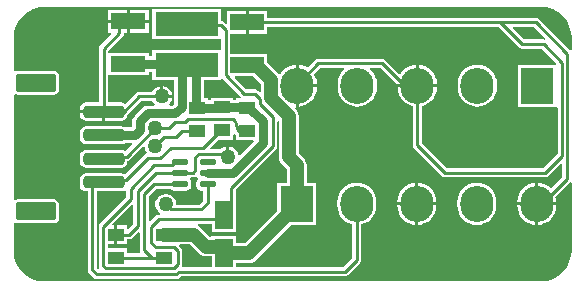
<source format=gbr>
G04*
G04 #@! TF.GenerationSoftware,Altium Limited,Altium Designer,23.0.1 (38)*
G04*
G04 Layer_Physical_Order=1*
G04 Layer_Color=255*
%FSLAX25Y25*%
%MOIN*%
G70*
G04*
G04 #@! TF.SameCoordinates,522C3931-FE7E-4C40-AD20-8D3CB5E53036*
G04*
G04*
G04 #@! TF.FilePolarity,Positive*
G04*
G01*
G75*
%ADD14C,0.01000*%
G04:AMPARAMS|DCode=15|XSize=39.37mil|YSize=137.8mil|CornerRadius=9.84mil|HoleSize=0mil|Usage=FLASHONLY|Rotation=90.000|XOffset=0mil|YOffset=0mil|HoleType=Round|Shape=RoundedRectangle|*
%AMROUNDEDRECTD15*
21,1,0.03937,0.11811,0,0,90.0*
21,1,0.01968,0.13780,0,0,90.0*
1,1,0.01968,0.05906,0.00984*
1,1,0.01968,0.05906,-0.00984*
1,1,0.01968,-0.05906,-0.00984*
1,1,0.01968,-0.05906,0.00984*
%
%ADD15ROUNDEDRECTD15*%
G04:AMPARAMS|DCode=16|XSize=59.06mil|YSize=133.86mil|CornerRadius=7.38mil|HoleSize=0mil|Usage=FLASHONLY|Rotation=90.000|XOffset=0mil|YOffset=0mil|HoleType=Round|Shape=RoundedRectangle|*
%AMROUNDEDRECTD16*
21,1,0.05906,0.11909,0,0,90.0*
21,1,0.04429,0.13386,0,0,90.0*
1,1,0.01476,0.05955,0.02215*
1,1,0.01476,0.05955,-0.02215*
1,1,0.01476,-0.05955,-0.02215*
1,1,0.01476,-0.05955,0.02215*
%
%ADD16ROUNDEDRECTD16*%
%ADD17R,0.11417X0.05512*%
%ADD18R,0.06102X0.09252*%
%ADD19R,0.05315X0.04134*%
G04:AMPARAMS|DCode=20|XSize=53.94mil|YSize=23.23mil|CornerRadius=5.81mil|HoleSize=0mil|Usage=FLASHONLY|Rotation=180.000|XOffset=0mil|YOffset=0mil|HoleType=Round|Shape=RoundedRectangle|*
%AMROUNDEDRECTD20*
21,1,0.05394,0.01161,0,0,180.0*
21,1,0.04232,0.02323,0,0,180.0*
1,1,0.01161,-0.02116,0.00581*
1,1,0.01161,0.02116,0.00581*
1,1,0.01161,0.02116,-0.00581*
1,1,0.01161,-0.02116,-0.00581*
%
%ADD20ROUNDEDRECTD20*%
%ADD21R,0.20866X0.07874*%
%ADD32C,0.03000*%
%ADD33C,0.04500*%
%ADD34O,0.11000X0.12000*%
%ADD35R,0.11000X0.12000*%
%ADD36C,0.05000*%
G36*
X462643Y205794D02*
X462396Y205333D01*
X462146Y205383D01*
X455550D01*
X451838Y209095D01*
X452030Y209557D01*
X458880D01*
X462643Y205794D01*
D02*
G37*
G36*
X461173Y216274D02*
Y216274D01*
X461665Y216254D01*
X463185Y216105D01*
X465119Y215518D01*
X466901Y214565D01*
X468464Y213283D01*
X469746Y211720D01*
X470699Y209938D01*
X471286Y208004D01*
X471474Y206090D01*
X471455Y205992D01*
Y201973D01*
X471068Y201817D01*
X470955Y201808D01*
X460595Y212168D01*
X460099Y212500D01*
X459513Y212616D01*
X370009D01*
Y214843D01*
X363800D01*
Y211087D01*
Y207331D01*
X370009D01*
Y209557D01*
X447051D01*
X453835Y202772D01*
X454331Y202441D01*
X454917Y202325D01*
X461513D01*
X466337Y197500D01*
X466130Y197000D01*
X453500D01*
Y183000D01*
X466271D01*
X466500Y183000D01*
X466771Y182612D01*
Y167234D01*
X461967Y162429D01*
X429846D01*
X421529Y170746D01*
Y183171D01*
X422500Y183466D01*
X423629Y184069D01*
X424618Y184882D01*
X425431Y185871D01*
X426034Y187001D01*
X426406Y188226D01*
X426532Y189500D01*
D01*
X420000D01*
X413469D01*
X413594Y188226D01*
X413966Y187001D01*
X414569Y185871D01*
X415382Y184882D01*
X416371Y184069D01*
X417500Y183466D01*
X418471Y183171D01*
Y170113D01*
X418587Y169527D01*
X418919Y169031D01*
X428131Y159819D01*
X428627Y159487D01*
X429213Y159371D01*
X462600D01*
X463185Y159487D01*
X463681Y159819D01*
X467909Y164046D01*
X468371Y163854D01*
Y159534D01*
X464549Y155712D01*
X464418Y155718D01*
X463429Y156531D01*
X462299Y157134D01*
X461074Y157506D01*
X460300Y157582D01*
Y151100D01*
X466331D01*
X466206Y152374D01*
X466050Y152887D01*
X470955Y157792D01*
X471068Y157783D01*
X471455Y157627D01*
Y135126D01*
X471474Y135028D01*
X471286Y133115D01*
X470699Y131180D01*
X469746Y129398D01*
X468464Y127835D01*
X466901Y126553D01*
X465119Y125600D01*
X463185Y125013D01*
X461271Y124825D01*
X461173Y124844D01*
X295881Y124844D01*
X295381Y124844D01*
X294890Y124866D01*
X293456Y125007D01*
X291604Y125569D01*
X289897Y126481D01*
X288401Y127708D01*
X287174Y129204D01*
X286262Y130911D01*
X285700Y132763D01*
X285559Y134197D01*
X285537Y134688D01*
D01*
X285537Y135185D01*
Y144068D01*
X286037Y144335D01*
X286167Y144248D01*
X286845Y144113D01*
X298755D01*
X299433Y144248D01*
X300008Y144632D01*
X300392Y145207D01*
X300527Y145885D01*
Y150315D01*
X300392Y150993D01*
X300008Y151568D01*
X299433Y151952D01*
X298755Y152087D01*
X286845D01*
X286167Y151952D01*
X286037Y151865D01*
X285537Y152132D01*
Y186981D01*
X286037Y187248D01*
X286167Y187162D01*
X286845Y187027D01*
X298755D01*
X299433Y187162D01*
X300008Y187546D01*
X300392Y188121D01*
X300527Y188799D01*
Y193228D01*
X300392Y193906D01*
X300008Y194481D01*
X299433Y194865D01*
X298755Y195000D01*
X286845D01*
X286167Y194865D01*
X286037Y194779D01*
X285537Y195046D01*
Y205992D01*
X285537Y205992D01*
X285537D01*
X285557Y206484D01*
X285706Y208004D01*
X286293Y209938D01*
X287246Y211720D01*
X288528Y213283D01*
X290091Y214565D01*
X291873Y215518D01*
X293807Y216105D01*
X295327Y216254D01*
X295819Y216274D01*
Y216274D01*
X295819Y216274D01*
X461173D01*
X461173Y216274D01*
D02*
G37*
%LPC*%
G36*
X330409Y215142D02*
X324200D01*
Y211887D01*
X330409D01*
Y215142D01*
D02*
G37*
G36*
X323200D02*
X316991D01*
Y211887D01*
X323200D01*
Y215142D01*
D02*
G37*
G36*
X330409Y210887D02*
X324200D01*
Y207631D01*
X330409D01*
Y210887D01*
D02*
G37*
G36*
X354533Y215527D02*
X331667D01*
Y205653D01*
X354533D01*
X354562Y205165D01*
Y202235D01*
X354533Y201747D01*
X331667D01*
Y199762D01*
X330409D01*
Y200969D01*
X316991D01*
X316929Y201444D01*
Y201666D01*
X321781Y206519D01*
X322113Y207015D01*
X322229Y207600D01*
Y207631D01*
X323200D01*
Y210887D01*
X316991D01*
Y207631D01*
X317915D01*
X318106Y207169D01*
X314319Y203381D01*
X313987Y202885D01*
X313871Y202300D01*
Y184375D01*
X309532D01*
X308758Y184221D01*
X308102Y183783D01*
X307663Y183126D01*
X307509Y182352D01*
Y181868D01*
X315438D01*
Y181368D01*
X315938D01*
Y178360D01*
X321343D01*
X322117Y178514D01*
X322774Y178953D01*
X323212Y179609D01*
X323342Y180260D01*
X323381Y180286D01*
X327966Y184871D01*
X331642D01*
X331999Y184251D01*
X332401Y183849D01*
X332194Y183349D01*
X330131D01*
X329155Y183155D01*
X328329Y182602D01*
X325729Y180002D01*
X325176Y179175D01*
X324982Y178200D01*
Y176307D01*
X324718Y176043D01*
X322573D01*
X322117Y176347D01*
X321343Y176501D01*
X309532D01*
X308758Y176347D01*
X308102Y175909D01*
X307663Y175252D01*
X307509Y174478D01*
Y172510D01*
X307663Y171735D01*
X308102Y171079D01*
X308758Y170640D01*
X309532Y170486D01*
X321343D01*
X322117Y170640D01*
X322573Y170945D01*
X324860D01*
X325051Y170483D01*
X322671Y168103D01*
X322117Y168473D01*
X321343Y168627D01*
X309532D01*
X308758Y168473D01*
X308102Y168034D01*
X307663Y167378D01*
X307509Y166604D01*
Y164635D01*
X307663Y163861D01*
X308102Y163205D01*
X308758Y162766D01*
X309532Y162612D01*
X321343D01*
X322117Y162766D01*
X322774Y163205D01*
X323212Y163861D01*
X323366Y164635D01*
Y164889D01*
X323681Y164952D01*
X324177Y165283D01*
X328668Y169774D01*
X329130Y169582D01*
Y169340D01*
X329368Y168450D01*
X329759Y167772D01*
X329654Y167380D01*
X329552Y167221D01*
X329516Y167214D01*
X329019Y166882D01*
X322488Y160351D01*
X322117Y160599D01*
X321343Y160753D01*
X309532D01*
X308758Y160599D01*
X308102Y160160D01*
X307663Y159504D01*
X307509Y158730D01*
Y156761D01*
X307663Y155987D01*
X308102Y155331D01*
X308758Y154892D01*
X309532Y154738D01*
X310071D01*
Y128586D01*
X310187Y128000D01*
X310519Y127504D01*
X312010Y126013D01*
X312506Y125681D01*
X313091Y125565D01*
X339607D01*
X340193Y125681D01*
X340689Y126013D01*
X341146Y126471D01*
X395800D01*
X396385Y126587D01*
X396881Y126919D01*
X400881Y130919D01*
X401213Y131415D01*
X401329Y132000D01*
Y143772D01*
X402299Y144066D01*
X403429Y144669D01*
X404418Y145482D01*
X405231Y146471D01*
X405834Y147600D01*
X406206Y148826D01*
X406331Y150100D01*
Y151100D01*
X406206Y152374D01*
X405834Y153600D01*
X405231Y154729D01*
X404418Y155718D01*
X403429Y156531D01*
X402299Y157134D01*
X401074Y157506D01*
X399800Y157631D01*
X398526Y157506D01*
X397301Y157134D01*
X396171Y156531D01*
X395182Y155718D01*
X394369Y154729D01*
X393766Y153600D01*
X393394Y152374D01*
X393269Y151100D01*
Y150100D01*
X393394Y148826D01*
X393766Y147600D01*
X394369Y146471D01*
X395182Y145482D01*
X396171Y144669D01*
X397301Y144066D01*
X398271Y143772D01*
Y132633D01*
X395166Y129529D01*
X359551D01*
Y130923D01*
X363901D01*
X364325Y130979D01*
X364749Y131034D01*
X365540Y131362D01*
X366219Y131883D01*
X377936Y143600D01*
X386300D01*
Y157600D01*
X383078D01*
Y163500D01*
X382966Y164348D01*
X382639Y165139D01*
X382118Y165818D01*
X380442Y167494D01*
Y179962D01*
X380330Y180810D01*
X380003Y181601D01*
X379482Y182280D01*
X379218Y182543D01*
X379445Y183023D01*
X379500Y183018D01*
Y190000D01*
Y196982D01*
X378726Y196906D01*
X377501Y196534D01*
X376371Y195931D01*
X375382Y195118D01*
X374569Y194129D01*
X374450Y193906D01*
X373857Y193857D01*
X373568Y194234D01*
X370009Y197793D01*
Y200669D01*
X357621D01*
Y207331D01*
X362800D01*
Y211087D01*
Y214843D01*
X356591D01*
Y210796D01*
X356129Y210605D01*
X355529Y211206D01*
X355032Y211537D01*
X354533Y211636D01*
Y215527D01*
D02*
G37*
G36*
X408261Y199029D02*
X387000D01*
X386415Y198913D01*
X385919Y198581D01*
X383394Y196056D01*
X382500Y196534D01*
X381274Y196906D01*
X380500Y196982D01*
Y190500D01*
X386531D01*
X386406Y191774D01*
X386034Y192999D01*
X385556Y193894D01*
X387633Y195971D01*
X395632D01*
X395811Y195471D01*
X395382Y195118D01*
X394569Y194129D01*
X393966Y192999D01*
X393594Y191774D01*
X393469Y190500D01*
Y189500D01*
X393594Y188226D01*
X393966Y187001D01*
X394569Y185871D01*
X395382Y184882D01*
X396371Y184069D01*
X397500Y183466D01*
X398726Y183094D01*
X400000Y182969D01*
X401274Y183094D01*
X402499Y183466D01*
X403629Y184069D01*
X404618Y184882D01*
X405431Y185871D01*
X406034Y187001D01*
X406406Y188226D01*
X406531Y189500D01*
Y190500D01*
X406406Y191774D01*
X406034Y192999D01*
X405431Y194129D01*
X404618Y195118D01*
X404189Y195471D01*
X404368Y195971D01*
X407627D01*
X413098Y190500D01*
X419500D01*
Y196982D01*
X418726Y196906D01*
X417500Y196534D01*
X416371Y195931D01*
X415382Y195118D01*
X414569Y194129D01*
X414497Y193994D01*
X414003Y193921D01*
X409342Y198581D01*
X408846Y198913D01*
X408261Y199029D01*
D02*
G37*
G36*
X420500Y196982D02*
Y190500D01*
X426532D01*
X426406Y191774D01*
X426034Y192999D01*
X425431Y194129D01*
X424618Y195118D01*
X423629Y195931D01*
X422500Y196534D01*
X421274Y196906D01*
X420500Y196982D01*
D02*
G37*
G36*
X386531Y189500D02*
X380500D01*
Y183018D01*
X381274Y183094D01*
X382500Y183466D01*
X383629Y184069D01*
X384618Y184882D01*
X385431Y185871D01*
X386034Y187001D01*
X386406Y188226D01*
X386531Y189500D01*
D01*
D02*
G37*
G36*
X440000Y197031D02*
X438726Y196906D01*
X437500Y196534D01*
X436371Y195931D01*
X435382Y195118D01*
X434569Y194129D01*
X433966Y192999D01*
X433594Y191774D01*
X433468Y190500D01*
Y189500D01*
X433594Y188226D01*
X433966Y187001D01*
X434569Y185871D01*
X435382Y184882D01*
X436371Y184069D01*
X437500Y183466D01*
X438726Y183094D01*
X440000Y182969D01*
X441274Y183094D01*
X442499Y183466D01*
X443629Y184069D01*
X444618Y184882D01*
X445431Y185871D01*
X446034Y187001D01*
X446406Y188226D01*
X446531Y189500D01*
Y190500D01*
X446406Y191774D01*
X446034Y192999D01*
X445431Y194129D01*
X444618Y195118D01*
X443629Y195931D01*
X442499Y196534D01*
X441274Y196906D01*
X440000Y197031D01*
D02*
G37*
G36*
X314938Y180868D02*
X307509D01*
Y180384D01*
X307663Y179609D01*
X308102Y178953D01*
X308758Y178514D01*
X309532Y178360D01*
X314938D01*
Y180868D01*
D02*
G37*
G36*
X459300Y157582D02*
X458526Y157506D01*
X457301Y157134D01*
X456171Y156531D01*
X455182Y155718D01*
X454369Y154729D01*
X453766Y153600D01*
X453394Y152374D01*
X453268Y151100D01*
X459300D01*
Y157582D01*
D02*
G37*
G36*
X420300D02*
Y151100D01*
X426332D01*
X426206Y152374D01*
X425834Y153600D01*
X425231Y154729D01*
X424418Y155718D01*
X423429Y156531D01*
X422299Y157134D01*
X421074Y157506D01*
X420300Y157582D01*
D02*
G37*
G36*
X419300D02*
X418526Y157506D01*
X417301Y157134D01*
X416171Y156531D01*
X415182Y155718D01*
X414369Y154729D01*
X413766Y153600D01*
X413394Y152374D01*
X413269Y151100D01*
X419300D01*
Y157582D01*
D02*
G37*
G36*
X466331Y150100D02*
X460300D01*
Y143618D01*
X461074Y143694D01*
X462299Y144066D01*
X463429Y144669D01*
X464418Y145482D01*
X465231Y146471D01*
X465834Y147600D01*
X466206Y148826D01*
X466331Y150100D01*
D02*
G37*
G36*
X459300D02*
X453268D01*
X453394Y148826D01*
X453766Y147600D01*
X454369Y146471D01*
X455182Y145482D01*
X456171Y144669D01*
X457301Y144066D01*
X458526Y143694D01*
X459300Y143618D01*
Y150100D01*
D02*
G37*
G36*
X426332D02*
X420300D01*
Y143618D01*
X421074Y143694D01*
X422299Y144066D01*
X423429Y144669D01*
X424418Y145482D01*
X425231Y146471D01*
X425834Y147600D01*
X426206Y148826D01*
X426332Y150100D01*
D02*
G37*
G36*
X419300D02*
X413269D01*
X413394Y148826D01*
X413766Y147600D01*
X414369Y146471D01*
X415182Y145482D01*
X416171Y144669D01*
X417301Y144066D01*
X418526Y143694D01*
X419300Y143618D01*
Y150100D01*
D02*
G37*
G36*
X439800Y157631D02*
X438526Y157506D01*
X437300Y157134D01*
X436171Y156531D01*
X435182Y155718D01*
X434369Y154729D01*
X433766Y153600D01*
X433394Y152374D01*
X433268Y151100D01*
Y150100D01*
X433394Y148826D01*
X433766Y147600D01*
X434369Y146471D01*
X435182Y145482D01*
X436171Y144669D01*
X437300Y144066D01*
X438526Y143694D01*
X439800Y143569D01*
X441074Y143694D01*
X442300Y144066D01*
X443429Y144669D01*
X444418Y145482D01*
X445231Y146471D01*
X445834Y147600D01*
X446206Y148826D01*
X446332Y150100D01*
Y151100D01*
X446206Y152374D01*
X445834Y153600D01*
X445231Y154729D01*
X444418Y155718D01*
X443429Y156531D01*
X442300Y157134D01*
X441074Y157506D01*
X439800Y157631D01*
D02*
G37*
%LPD*%
G36*
X367972Y190558D02*
Y187944D01*
X367510Y187753D01*
X366911Y188352D01*
X366415Y188683D01*
X365829Y188800D01*
X362990D01*
X359095Y192696D01*
X359286Y193157D01*
X365373D01*
X367972Y190558D01*
D02*
G37*
G36*
X361259Y186205D02*
X361256Y186135D01*
X361099Y185705D01*
X359643D01*
Y185288D01*
X358658D01*
Y185805D01*
X351343D01*
Y185188D01*
X350358D01*
Y185705D01*
X348880D01*
Y191873D01*
X354533D01*
Y192268D01*
X354934Y192425D01*
X355033Y192432D01*
X361259Y186205D01*
D02*
G37*
G36*
X331667Y191873D02*
X338851D01*
Y184025D01*
X338175Y183349D01*
X337406D01*
X337199Y183849D01*
X337601Y184251D01*
X338061Y185049D01*
X338289Y185900D01*
X334800D01*
Y186400D01*
X334300D01*
Y189890D01*
X333449Y189662D01*
X332651Y189201D01*
X331999Y188549D01*
X331642Y187929D01*
X327332D01*
X326747Y187813D01*
X326251Y187481D01*
X322641Y183871D01*
X322117Y184221D01*
X321343Y184375D01*
X316929D01*
Y192983D01*
X316991Y193457D01*
X330409D01*
Y194664D01*
X331667D01*
Y191873D01*
D02*
G37*
G36*
X359196Y173762D02*
X359358Y173624D01*
X359442Y173597D01*
X359515Y173548D01*
X359643Y173523D01*
Y171895D01*
X365240D01*
X365447Y171395D01*
X360815Y166763D01*
X360284Y166939D01*
X360105Y167608D01*
X359644Y168406D01*
X358993Y169058D01*
X358194Y169519D01*
X357344Y169747D01*
Y166257D01*
X356344D01*
Y169747D01*
X355493Y169519D01*
X354695Y169058D01*
X354468Y168831D01*
X350995D01*
X350804Y169293D01*
X353505Y171994D01*
X358658D01*
Y173566D01*
X358706Y173608D01*
X359157Y173787D01*
X359196Y173762D01*
D02*
G37*
G36*
X346606Y159546D02*
X346851Y159180D01*
Y158880D01*
X346501Y158357D01*
X346379Y157740D01*
Y156579D01*
X346501Y155962D01*
X346851Y155439D01*
X347374Y155090D01*
X347990Y154967D01*
X348671D01*
Y151634D01*
X347366Y150329D01*
X339700D01*
Y150861D01*
X339461Y151751D01*
X339001Y152549D01*
X338349Y153201D01*
X337551Y153662D01*
X336661Y153900D01*
X335739D01*
X334849Y153662D01*
X334051Y153201D01*
X333399Y152549D01*
X332939Y151751D01*
X332700Y150861D01*
Y149939D01*
X332939Y149049D01*
X333399Y148251D01*
X334051Y147599D01*
X334242Y147489D01*
X334108Y146989D01*
X333775D01*
X333190Y146873D01*
X332694Y146541D01*
X330991Y144839D01*
X330529Y145030D01*
Y153352D01*
X332807Y155630D01*
X337510D01*
X337638Y155439D01*
X338161Y155090D01*
X338778Y154967D01*
X343010D01*
X343627Y155090D01*
X344150Y155439D01*
X344499Y155962D01*
X344622Y156579D01*
Y157740D01*
X344499Y158357D01*
X344150Y158880D01*
Y158939D01*
X344570Y159371D01*
X345091D01*
X345676Y159487D01*
X345992Y159698D01*
X346358Y159701D01*
X346606Y159546D01*
D02*
G37*
G36*
X325271Y150139D02*
Y143772D01*
X323657Y142159D01*
X323158Y142366D01*
Y143405D01*
X320000D01*
Y140339D01*
Y137272D01*
X323158D01*
Y138809D01*
X324000D01*
X324585Y138926D01*
X325081Y139257D01*
X327009Y141184D01*
X327471Y140993D01*
Y135114D01*
X327555Y134691D01*
X327257Y134191D01*
X323158D01*
Y135728D01*
X316872D01*
Y137272D01*
X319000D01*
Y140339D01*
Y143405D01*
X318537D01*
X318346Y143868D01*
X324809Y150330D01*
X325271Y150139D01*
D02*
G37*
G36*
X373886Y178226D02*
Y166136D01*
X373942Y165712D01*
X373998Y165288D01*
X374325Y164497D01*
X374846Y163818D01*
X376522Y162142D01*
Y157600D01*
X373300D01*
Y148236D01*
X362543Y137479D01*
X359551D01*
Y139827D01*
X351449D01*
Y139794D01*
X350949Y139683D01*
X347975Y142657D01*
X347297Y143177D01*
X346686Y143430D01*
X346786Y143930D01*
X351449D01*
Y141173D01*
X359551D01*
Y152425D01*
X359429D01*
Y155367D01*
X372861Y168798D01*
X373192Y169294D01*
X373309Y169879D01*
Y178010D01*
X373809Y178277D01*
X373886Y178226D01*
D02*
G37*
G36*
X347351Y134009D02*
X348030Y133488D01*
X348821Y133160D01*
X349669Y133049D01*
X351449D01*
Y129529D01*
X341864D01*
X341544Y130029D01*
X341619Y130405D01*
Y134918D01*
X341502Y135503D01*
X341171Y135999D01*
X340571Y136599D01*
X340763Y137061D01*
X344300D01*
X347351Y134009D01*
D02*
G37*
G36*
X322893Y154809D02*
Y152740D01*
X314261Y144108D01*
X313930Y143612D01*
X313813Y143027D01*
Y129973D01*
X313908Y129496D01*
X313798Y129200D01*
X313622Y128948D01*
X313510Y128931D01*
X313129Y129278D01*
Y154738D01*
X321343D01*
X322117Y154892D01*
X322393Y155076D01*
X322893Y154809D01*
D02*
G37*
%LPC*%
G36*
X335300Y189890D02*
Y186900D01*
X338289D01*
X338061Y187751D01*
X337601Y188549D01*
X336949Y189201D01*
X336151Y189662D01*
X335300Y189890D01*
D02*
G37*
%LPD*%
D14*
X362357Y187270D02*
X365829D01*
X367500Y183890D02*
Y185600D01*
X365829Y187270D02*
X367500Y185600D01*
Y183890D02*
X368570Y182821D01*
X355500Y146799D02*
X357900Y149199D01*
X354160Y145460D02*
X355500Y146799D01*
X368570Y182821D02*
X371779Y179611D01*
X347128Y167302D02*
X354717D01*
X371779Y169879D02*
Y179611D01*
X355761Y166257D02*
X356844D01*
X357900Y156000D02*
X371779Y169879D01*
X357900Y149199D02*
Y156000D01*
X354717Y167302D02*
X355761Y166257D01*
X311600Y156314D02*
X313929Y158643D01*
X322943D01*
X330101Y165801D02*
X334286D01*
X322943Y158643D02*
X330101Y165801D01*
X316183Y166365D02*
X323096D01*
X332531Y175800D01*
X315438Y165620D02*
X316183Y166365D01*
X332290Y163561D02*
X338236D01*
X324422Y152106D02*
Y155694D01*
X332290Y163561D01*
X329000Y153986D02*
X332174Y157160D01*
X345091Y160900D02*
X345910Y161719D01*
X326800Y143139D02*
Y154972D01*
X332728Y160900D02*
X345091D01*
X332174Y157160D02*
X340894D01*
X326800Y154972D02*
X332728Y160900D01*
X329000Y135114D02*
Y153986D01*
Y135114D02*
X331453Y132661D01*
X324000Y140339D02*
X326800Y143139D01*
X331343Y143027D02*
X333775Y145460D01*
X331343Y137650D02*
Y143027D01*
Y137650D02*
X332765Y136228D01*
X408261Y197500D02*
X418130Y187630D01*
X381500Y190000D02*
Y192000D01*
X460700Y149700D02*
X469900Y158900D01*
X320700Y207600D02*
Y211387D01*
X315400Y181368D02*
Y202300D01*
X356091Y193536D02*
X362357Y187270D01*
X468300Y166600D02*
Y197700D01*
X462600Y160900D02*
X468300Y166600D01*
X462146Y203854D02*
X468300Y197700D01*
X459513Y211087D02*
X469900Y200700D01*
Y158900D02*
Y200700D01*
X420000Y170113D02*
X429213Y160900D01*
X462600D01*
X454917Y203854D02*
X462146D01*
X420000Y170113D02*
Y190000D01*
X339607Y127094D02*
X340513Y128000D01*
X311600Y128586D02*
X313091Y127094D01*
X311600Y128586D02*
Y156314D01*
X315342Y129973D02*
Y143027D01*
X340090Y130405D02*
Y134918D01*
X340513Y128000D02*
X395800D01*
X313091Y127094D02*
X339607D01*
X315342Y129973D02*
X316221Y129095D01*
X338779D02*
X340090Y130405D01*
X316221Y129095D02*
X338779D01*
X395800Y128000D02*
X399800Y132000D01*
X356091Y193536D02*
Y208480D01*
X354447Y210124D02*
X356091Y208480D01*
X343566Y210124D02*
X354447D01*
X343100Y210590D02*
X343566Y210124D01*
X333775Y145460D02*
X354160D01*
X332765Y136228D02*
X338779D01*
X340090Y134918D01*
X315342Y143027D02*
X324422Y152106D01*
X338236Y163561D02*
X339315Y164640D01*
X340894D01*
X335593Y172764D02*
X339510D01*
X337787Y169302D02*
X348650D01*
X354410Y175061D02*
X355000D01*
X334286Y165801D02*
X337787Y169302D01*
X399800Y132000D02*
Y150600D01*
X332630Y169801D02*
X335593Y172764D01*
X339510D02*
X341707Y174961D01*
X348650Y169302D02*
X354410Y175061D01*
X387000Y197500D02*
X408261D01*
X381500Y192000D02*
X387000Y197500D01*
X447684Y211087D02*
X454917Y203854D01*
X363300Y211087D02*
X447684D01*
X459513D01*
X332695Y175636D02*
X332859Y175800D01*
X341707Y174961D02*
X346700D01*
X350200Y151000D02*
Y157160D01*
X343693Y178800D02*
X358483D01*
X359208Y178075D01*
X360100Y174961D01*
X342693Y177800D02*
X343693Y178800D01*
X339210Y177800D02*
X342693D01*
X337210Y175800D02*
X339210Y177800D01*
X332859Y175800D02*
X337210D01*
X345910Y166083D02*
X347128Y167302D01*
X345910Y161719D02*
Y166083D01*
X348000Y148800D02*
X350200Y151000D01*
X336200Y150400D02*
X337800Y148800D01*
X348000D01*
X327332Y186400D02*
X334800D01*
X322300Y181368D02*
X327332Y186400D01*
X331453Y132661D02*
X335500D01*
X360100Y174961D02*
X363300D01*
X315438Y181368D02*
X322300D01*
X350106Y157160D02*
X350200D01*
X319500Y140339D02*
X324000D01*
X320700Y211387D02*
X323700D01*
X315400Y202300D02*
X320700Y207600D01*
X315400Y181368D02*
X315438D01*
X319500Y132661D02*
X331453D01*
D15*
X315438Y157746D02*
D03*
Y165620D02*
D03*
Y173494D02*
D03*
Y181368D02*
D03*
D16*
X292800Y148100D02*
D03*
Y191013D02*
D03*
D17*
X363300Y196913D02*
D03*
Y211087D02*
D03*
X323700Y197213D02*
D03*
Y211387D02*
D03*
D18*
X355500Y146799D02*
D03*
Y134201D02*
D03*
D19*
X363300Y174961D02*
D03*
Y182639D02*
D03*
X355000Y175061D02*
D03*
Y182739D02*
D03*
X346700Y182639D02*
D03*
Y174961D02*
D03*
X319500Y132661D02*
D03*
Y140339D02*
D03*
X335500D02*
D03*
Y132661D02*
D03*
D20*
X350106Y164640D02*
D03*
Y160900D02*
D03*
Y157160D02*
D03*
X340894D02*
D03*
Y160900D02*
D03*
Y164640D02*
D03*
D21*
X343100Y210590D02*
D03*
Y196810D02*
D03*
D32*
X350106Y160900D02*
X358557D01*
X368458Y170800D01*
Y178072D01*
X363891Y182639D02*
X368458Y178072D01*
X363300Y182639D02*
X363891D01*
X339231Y180800D02*
X341400Y182969D01*
Y195110D02*
X343100Y196810D01*
X341400Y182969D02*
Y195110D01*
X327531Y175251D02*
Y178200D01*
X330131Y180800D01*
X325774Y173494D02*
X327531Y175251D01*
X315438Y173494D02*
X325774D01*
X346331Y183008D02*
X346700Y182639D01*
X342697Y197213D02*
X343100Y196810D01*
X323700Y197213D02*
X342697D01*
X343100Y196810D02*
X343894D01*
X346331Y194373D01*
X354900Y182639D02*
X355000Y182739D01*
X346700Y182639D02*
X354900D01*
X355000Y182739D02*
X363200D01*
X330131Y180800D02*
X339231D01*
X346331Y183008D02*
Y194373D01*
X363200Y182739D02*
X363300Y182639D01*
D33*
X377164Y166136D02*
Y179962D01*
X379800Y150600D02*
Y163500D01*
X377164Y166136D02*
X379800Y163500D01*
X371250Y185876D02*
X377164Y179962D01*
X366253Y196913D02*
X371250Y191916D01*
Y185876D02*
Y191916D01*
X363300Y196913D02*
X366253D01*
X363901Y134201D02*
X379800Y150100D01*
Y150600D01*
X355500Y134201D02*
X363901D01*
X345657Y140339D02*
X349669Y136327D01*
X354949D02*
X355500Y135776D01*
X335500Y140339D02*
X345657D01*
X349669Y136327D02*
X354949D01*
X355500Y134201D02*
Y135776D01*
D34*
X419800Y150600D02*
D03*
X399800D02*
D03*
X439800D02*
D03*
X459800D02*
D03*
X380000Y190000D02*
D03*
X400000D02*
D03*
X440000D02*
D03*
X420000D02*
D03*
D35*
X379800Y150600D02*
D03*
X460000Y190000D02*
D03*
D36*
X356844Y166257D02*
D03*
X332630Y169801D02*
D03*
X332531Y175800D02*
D03*
X334800Y186400D02*
D03*
X336200Y150400D02*
D03*
M02*

</source>
